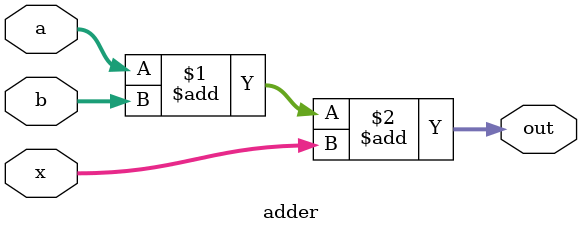
<source format=sv>
module adder(input[31:0] a,
	input[31:0] b,
	input[31:0] x,
	output[31:0] out);

	//x→繰り上がり
	assign out = a + b + x;
endmodule

</source>
